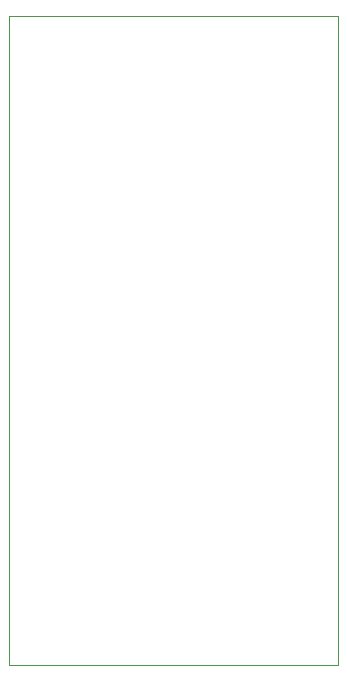
<source format=gbr>
%TF.GenerationSoftware,KiCad,Pcbnew,(6.0.1)*%
%TF.CreationDate,2022-09-20T17:52:40-03:00*%
%TF.ProjectId,HLI-C_main,484c492d-435f-46d6-9169-6e2e6b696361,rev?*%
%TF.SameCoordinates,Original*%
%TF.FileFunction,Profile,NP*%
%FSLAX46Y46*%
G04 Gerber Fmt 4.6, Leading zero omitted, Abs format (unit mm)*
G04 Created by KiCad (PCBNEW (6.0.1)) date 2022-09-20 17:52:40*
%MOMM*%
%LPD*%
G01*
G04 APERTURE LIST*
%TA.AperFunction,Profile*%
%ADD10C,0.050000*%
%TD*%
G04 APERTURE END LIST*
D10*
X177840000Y-19190000D02*
X205745300Y-19190000D01*
X205745300Y-19190000D02*
X205745300Y-74170000D01*
X205745300Y-74170000D02*
X177840000Y-74170000D01*
X177840000Y-74170000D02*
X177840000Y-19190000D01*
M02*

</source>
